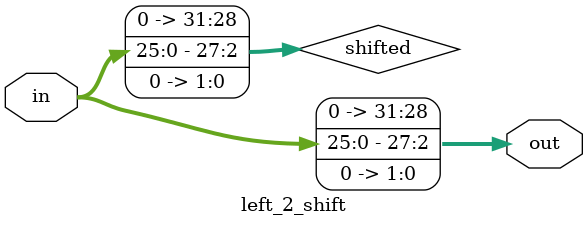
<source format=v>
module left_2_shift(
    input [25:0]in,
    output [31:0]out
);
reg [31:0]shifted;
always @(in) begin
    shifted = in << 2;
end
assign out = shifted;
    
endmodule
</source>
